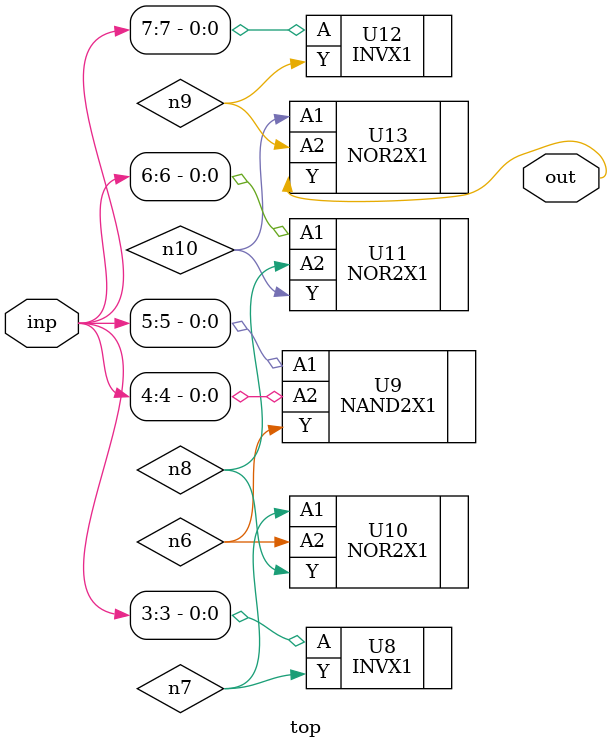
<source format=sv>


module top ( inp, out );
  input [7:0] inp;
  output out;
  wire   n6, n7, n8, n9, n10;

  INVX1 U8 ( .A(inp[3]), .Y(n7) );
  NAND2X1 U9 ( .A1(inp[5]), .A2(inp[4]), .Y(n6) );
  NOR2X1 U10 ( .A1(n7), .A2(n6), .Y(n8) );
  NOR2X1 U11 ( .A1(inp[6]), .A2(n8), .Y(n10) );
  INVX1 U12 ( .A(inp[7]), .Y(n9) );
  NOR2X1 U13 ( .A1(n10), .A2(n9), .Y(out) );
endmodule


</source>
